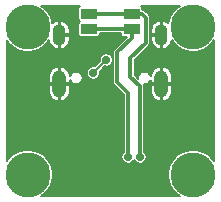
<source format=gbr>
%TF.GenerationSoftware,KiCad,Pcbnew,(5.1.10)-1*%
%TF.CreationDate,2021-06-03T16:35:32+08:00*%
%TF.ProjectId,u1,75312e6b-6963-4616-945f-706362585858,rev?*%
%TF.SameCoordinates,Original*%
%TF.FileFunction,Copper,L2,Bot*%
%TF.FilePolarity,Positive*%
%FSLAX46Y46*%
G04 Gerber Fmt 4.6, Leading zero omitted, Abs format (unit mm)*
G04 Created by KiCad (PCBNEW (5.1.10)-1) date 2021-06-03 16:35:32*
%MOMM*%
%LPD*%
G01*
G04 APERTURE LIST*
%TA.AperFunction,SMDPad,CuDef*%
%ADD10R,1.400000X0.900000*%
%TD*%
%TA.AperFunction,ComponentPad*%
%ADD11O,1.200000X2.300000*%
%TD*%
%TA.AperFunction,ComponentPad*%
%ADD12O,1.100000X1.800000*%
%TD*%
%TA.AperFunction,ComponentPad*%
%ADD13C,3.800000*%
%TD*%
%TA.AperFunction,ViaPad*%
%ADD14C,0.700000*%
%TD*%
%TA.AperFunction,Conductor*%
%ADD15C,0.200000*%
%TD*%
%TA.AperFunction,Conductor*%
%ADD16C,0.300000*%
%TD*%
%TA.AperFunction,Conductor*%
%ADD17C,0.127000*%
%TD*%
%TA.AperFunction,Conductor*%
%ADD18C,0.100000*%
%TD*%
G04 APERTURE END LIST*
D10*
%TO.P,SW1,2*%
%TO.N,Net-(J2-Pad5)*%
X110800000Y-92150000D03*
X107200000Y-92150000D03*
%TO.P,SW1,1*%
%TO.N,Net-(J2-Pad6)*%
X107200000Y-90850000D03*
X110800000Y-90850000D03*
%TD*%
D11*
%TO.P,J1,S1*%
%TO.N,GND*%
X104680000Y-96830000D03*
X113320000Y-96830000D03*
D12*
X113320000Y-92650000D03*
X104680000Y-92650000D03*
%TD*%
D13*
%TO.P,REF\u002A\u002A,1*%
%TO.N,N/C*%
X116000000Y-104500000D03*
%TD*%
%TO.P,REF\u002A\u002A,1*%
%TO.N,N/C*%
X102000000Y-104500000D03*
%TD*%
%TO.P,REF\u002A\u002A,1*%
%TO.N,N/C*%
X116000000Y-92000000D03*
%TD*%
%TO.P,REF\u002A\u002A,1*%
%TO.N,N/C*%
X102000000Y-92000000D03*
%TD*%
D14*
%TO.N,DN*%
X107560000Y-95880000D03*
X108660000Y-94780000D03*
%TO.N,Net-(J2-Pad5)*%
X110500000Y-103000000D03*
%TO.N,Net-(J2-Pad6)*%
X111500000Y-103000000D03*
%TD*%
D15*
%TO.N,DN*%
X108660000Y-94780000D02*
X107560000Y-95880000D01*
D16*
%TO.N,Net-(J2-Pad5)*%
X110800000Y-92912500D02*
X110800000Y-92150000D01*
X109600000Y-94112500D02*
X110800000Y-92912500D01*
X109600000Y-96675000D02*
X109600000Y-94112500D01*
X110500000Y-97575000D02*
X109600000Y-96675000D01*
X110500000Y-103000000D02*
X110500000Y-97575000D01*
X110800000Y-92150000D02*
X107200000Y-92150000D01*
%TO.N,Net-(J2-Pad6)*%
X107650000Y-90850000D02*
X107200000Y-90850000D01*
X110800000Y-90850000D02*
X107200000Y-90850000D01*
X110800000Y-90850000D02*
X111650000Y-90850000D01*
X112000000Y-91200000D02*
X112000000Y-93325000D01*
X111650000Y-90850000D02*
X112000000Y-91200000D01*
X112000000Y-93325000D02*
X110700000Y-94625000D01*
X110700000Y-94625000D02*
X110700000Y-96225000D01*
X110700000Y-96225000D02*
X111500000Y-97025000D01*
X111500000Y-97025000D02*
X111500000Y-103000000D01*
%TD*%
D17*
%TO.N,GND*%
X106380812Y-90221622D02*
X106348302Y-90248302D01*
X106321622Y-90280812D01*
X106301797Y-90317902D01*
X106289589Y-90358147D01*
X106285467Y-90400000D01*
X106285467Y-91300000D01*
X106289589Y-91341853D01*
X106301797Y-91382098D01*
X106321622Y-91419188D01*
X106348302Y-91451698D01*
X106380812Y-91478378D01*
X106417902Y-91498203D01*
X106423826Y-91500000D01*
X106417902Y-91501797D01*
X106380812Y-91521622D01*
X106348302Y-91548302D01*
X106321622Y-91580812D01*
X106301797Y-91617902D01*
X106289589Y-91658147D01*
X106285467Y-91700000D01*
X106285467Y-92600000D01*
X106289589Y-92641853D01*
X106301797Y-92682098D01*
X106321622Y-92719188D01*
X106348302Y-92751698D01*
X106380812Y-92778378D01*
X106417902Y-92798203D01*
X106458147Y-92810411D01*
X106500000Y-92814533D01*
X107900000Y-92814533D01*
X107941853Y-92810411D01*
X107982098Y-92798203D01*
X108019188Y-92778378D01*
X108051698Y-92751698D01*
X108078378Y-92719188D01*
X108098203Y-92682098D01*
X108110411Y-92641853D01*
X108114533Y-92600000D01*
X108114533Y-92513500D01*
X109885467Y-92513500D01*
X109885467Y-92600000D01*
X109889589Y-92641853D01*
X109901797Y-92682098D01*
X109921622Y-92719188D01*
X109948302Y-92751698D01*
X109980812Y-92778378D01*
X110017902Y-92798203D01*
X110058147Y-92810411D01*
X110100000Y-92814533D01*
X110383901Y-92814533D01*
X109355583Y-93842851D01*
X109341725Y-93854224D01*
X109330352Y-93868082D01*
X109330345Y-93868089D01*
X109296300Y-93909574D01*
X109262547Y-93972722D01*
X109241761Y-94041242D01*
X109234743Y-94112500D01*
X109236501Y-94130350D01*
X109236500Y-96657160D01*
X109234743Y-96675000D01*
X109236500Y-96692840D01*
X109236500Y-96692849D01*
X109241760Y-96746257D01*
X109262546Y-96814777D01*
X109296299Y-96877925D01*
X109296300Y-96877926D01*
X109330345Y-96919411D01*
X109330351Y-96919417D01*
X109341724Y-96933275D01*
X109355584Y-96944650D01*
X110136501Y-97725568D01*
X110136500Y-102566590D01*
X110062301Y-102640789D01*
X110000632Y-102733082D01*
X109958155Y-102835633D01*
X109936500Y-102944500D01*
X109936500Y-103055500D01*
X109958155Y-103164367D01*
X110000632Y-103266918D01*
X110062301Y-103359211D01*
X110140789Y-103437699D01*
X110233082Y-103499368D01*
X110335633Y-103541845D01*
X110444500Y-103563500D01*
X110555500Y-103563500D01*
X110664367Y-103541845D01*
X110766918Y-103499368D01*
X110859211Y-103437699D01*
X110937699Y-103359211D01*
X110999368Y-103266918D01*
X111000000Y-103265392D01*
X111000632Y-103266918D01*
X111062301Y-103359211D01*
X111140789Y-103437699D01*
X111233082Y-103499368D01*
X111335633Y-103541845D01*
X111444500Y-103563500D01*
X111555500Y-103563500D01*
X111664367Y-103541845D01*
X111766918Y-103499368D01*
X111859211Y-103437699D01*
X111937699Y-103359211D01*
X111999368Y-103266918D01*
X112041845Y-103164367D01*
X112063500Y-103055500D01*
X112063500Y-102944500D01*
X112041845Y-102835633D01*
X111999368Y-102733082D01*
X111937699Y-102640789D01*
X111863500Y-102566590D01*
X111863500Y-97042840D01*
X111865257Y-97025000D01*
X111863500Y-97007160D01*
X111863500Y-97007150D01*
X111858240Y-96953742D01*
X111839966Y-96893500D01*
X112402500Y-96893500D01*
X112402500Y-97443500D01*
X112432518Y-97621275D01*
X112496641Y-97789778D01*
X112592405Y-97942534D01*
X112716130Y-98073672D01*
X112863062Y-98178152D01*
X113027554Y-98251960D01*
X113114097Y-98274098D01*
X113256500Y-98215716D01*
X113256500Y-96893500D01*
X113383500Y-96893500D01*
X113383500Y-98215716D01*
X113525903Y-98274098D01*
X113612446Y-98251960D01*
X113776938Y-98178152D01*
X113923870Y-98073672D01*
X114047595Y-97942534D01*
X114143359Y-97789778D01*
X114207482Y-97621275D01*
X114237500Y-97443500D01*
X114237500Y-96893500D01*
X113383500Y-96893500D01*
X113256500Y-96893500D01*
X112402500Y-96893500D01*
X111839966Y-96893500D01*
X111837454Y-96885222D01*
X111809568Y-96833051D01*
X111836962Y-96838500D01*
X111943038Y-96838500D01*
X112047075Y-96817806D01*
X112145076Y-96777213D01*
X112233274Y-96718281D01*
X112308281Y-96643274D01*
X112367213Y-96555076D01*
X112402500Y-96469885D01*
X112402500Y-96766500D01*
X113256500Y-96766500D01*
X113256500Y-95444284D01*
X113383500Y-95444284D01*
X113383500Y-96766500D01*
X114237500Y-96766500D01*
X114237500Y-96216500D01*
X114207482Y-96038725D01*
X114143359Y-95870222D01*
X114047595Y-95717466D01*
X113923870Y-95586328D01*
X113776938Y-95481848D01*
X113612446Y-95408040D01*
X113525903Y-95385902D01*
X113383500Y-95444284D01*
X113256500Y-95444284D01*
X113114097Y-95385902D01*
X113027554Y-95408040D01*
X112863062Y-95481848D01*
X112716130Y-95586328D01*
X112592405Y-95717466D01*
X112496641Y-95870222D01*
X112432518Y-96038725D01*
X112411656Y-96162278D01*
X112407806Y-96142925D01*
X112367213Y-96044924D01*
X112308281Y-95956726D01*
X112233274Y-95881719D01*
X112145076Y-95822787D01*
X112047075Y-95782194D01*
X111943038Y-95761500D01*
X111836962Y-95761500D01*
X111732925Y-95782194D01*
X111634924Y-95822787D01*
X111546726Y-95881719D01*
X111471719Y-95956726D01*
X111412787Y-96044924D01*
X111372194Y-96142925D01*
X111351500Y-96246962D01*
X111351500Y-96353038D01*
X111353833Y-96364766D01*
X111063500Y-96074434D01*
X111063500Y-94775566D01*
X112244417Y-93594650D01*
X112258276Y-93583276D01*
X112269649Y-93569418D01*
X112269655Y-93569412D01*
X112303701Y-93527927D01*
X112337454Y-93464778D01*
X112358240Y-93396258D01*
X112363500Y-93342850D01*
X112363500Y-93342840D01*
X112365257Y-93325000D01*
X112363500Y-93307160D01*
X112363500Y-92713500D01*
X112452500Y-92713500D01*
X112452500Y-93063500D01*
X112481557Y-93231521D01*
X112542835Y-93390645D01*
X112633979Y-93534756D01*
X112751486Y-93658317D01*
X112890841Y-93756579D01*
X113046688Y-93825766D01*
X113121939Y-93844588D01*
X113256500Y-93785563D01*
X113256500Y-92713500D01*
X112452500Y-92713500D01*
X112363500Y-92713500D01*
X112363500Y-92236500D01*
X112452500Y-92236500D01*
X112452500Y-92586500D01*
X113256500Y-92586500D01*
X113256500Y-91514437D01*
X113121939Y-91455412D01*
X113046688Y-91474234D01*
X112890841Y-91543421D01*
X112751486Y-91641683D01*
X112633979Y-91765244D01*
X112542835Y-91909355D01*
X112481557Y-92068479D01*
X112452500Y-92236500D01*
X112363500Y-92236500D01*
X112363500Y-91217840D01*
X112365257Y-91200000D01*
X112363500Y-91182160D01*
X112363500Y-91182150D01*
X112358240Y-91128742D01*
X112337454Y-91060222D01*
X112331250Y-91048615D01*
X112303701Y-90997073D01*
X112269655Y-90955588D01*
X112269645Y-90955578D01*
X112258275Y-90941724D01*
X112244422Y-90930355D01*
X111919654Y-90605588D01*
X111908276Y-90591724D01*
X111852926Y-90546299D01*
X111789778Y-90512546D01*
X111721258Y-90491760D01*
X111714533Y-90491098D01*
X111714533Y-90400000D01*
X111710411Y-90358147D01*
X111698203Y-90317902D01*
X111678378Y-90280812D01*
X111651698Y-90248302D01*
X111619188Y-90221622D01*
X111607735Y-90215500D01*
X114866494Y-90215500D01*
X114652722Y-90358338D01*
X114358338Y-90652722D01*
X114127041Y-90998882D01*
X113967721Y-91383515D01*
X113911550Y-91665905D01*
X113888514Y-91641683D01*
X113749159Y-91543421D01*
X113593312Y-91474234D01*
X113518061Y-91455412D01*
X113383500Y-91514437D01*
X113383500Y-92586500D01*
X113403500Y-92586500D01*
X113403500Y-92713500D01*
X113383500Y-92713500D01*
X113383500Y-93785563D01*
X113518061Y-93844588D01*
X113593312Y-93825766D01*
X113749159Y-93756579D01*
X113888514Y-93658317D01*
X114006021Y-93534756D01*
X114097165Y-93390645D01*
X114158443Y-93231521D01*
X114183639Y-93085823D01*
X114358338Y-93347278D01*
X114652722Y-93641662D01*
X114998882Y-93872959D01*
X115383515Y-94032279D01*
X115791838Y-94113500D01*
X116208162Y-94113500D01*
X116616485Y-94032279D01*
X117001118Y-93872959D01*
X117347278Y-93641662D01*
X117641662Y-93347278D01*
X117784501Y-93133505D01*
X117784500Y-103366494D01*
X117641662Y-103152722D01*
X117347278Y-102858338D01*
X117001118Y-102627041D01*
X116616485Y-102467721D01*
X116208162Y-102386500D01*
X115791838Y-102386500D01*
X115383515Y-102467721D01*
X114998882Y-102627041D01*
X114652722Y-102858338D01*
X114358338Y-103152722D01*
X114127041Y-103498882D01*
X113967721Y-103883515D01*
X113886500Y-104291838D01*
X113886500Y-104708162D01*
X113967721Y-105116485D01*
X114127041Y-105501118D01*
X114358338Y-105847278D01*
X114652722Y-106141662D01*
X114866494Y-106284500D01*
X103133506Y-106284500D01*
X103347278Y-106141662D01*
X103641662Y-105847278D01*
X103872959Y-105501118D01*
X104032279Y-105116485D01*
X104113500Y-104708162D01*
X104113500Y-104291838D01*
X104032279Y-103883515D01*
X103872959Y-103498882D01*
X103641662Y-103152722D01*
X103347278Y-102858338D01*
X103001118Y-102627041D01*
X102616485Y-102467721D01*
X102208162Y-102386500D01*
X101791838Y-102386500D01*
X101383515Y-102467721D01*
X100998882Y-102627041D01*
X100652722Y-102858338D01*
X100358338Y-103152722D01*
X100215500Y-103366494D01*
X100215500Y-96893500D01*
X103762500Y-96893500D01*
X103762500Y-97443500D01*
X103792518Y-97621275D01*
X103856641Y-97789778D01*
X103952405Y-97942534D01*
X104076130Y-98073672D01*
X104223062Y-98178152D01*
X104387554Y-98251960D01*
X104474097Y-98274098D01*
X104616500Y-98215716D01*
X104616500Y-96893500D01*
X104743500Y-96893500D01*
X104743500Y-98215716D01*
X104885903Y-98274098D01*
X104972446Y-98251960D01*
X105136938Y-98178152D01*
X105283870Y-98073672D01*
X105407595Y-97942534D01*
X105503359Y-97789778D01*
X105567482Y-97621275D01*
X105597500Y-97443500D01*
X105597500Y-96893500D01*
X104743500Y-96893500D01*
X104616500Y-96893500D01*
X103762500Y-96893500D01*
X100215500Y-96893500D01*
X100215500Y-96216500D01*
X103762500Y-96216500D01*
X103762500Y-96766500D01*
X104616500Y-96766500D01*
X104616500Y-95444284D01*
X104743500Y-95444284D01*
X104743500Y-96766500D01*
X105597500Y-96766500D01*
X105597500Y-96469885D01*
X105632787Y-96555076D01*
X105691719Y-96643274D01*
X105766726Y-96718281D01*
X105854924Y-96777213D01*
X105952925Y-96817806D01*
X106056962Y-96838500D01*
X106163038Y-96838500D01*
X106267075Y-96817806D01*
X106365076Y-96777213D01*
X106453274Y-96718281D01*
X106528281Y-96643274D01*
X106587213Y-96555076D01*
X106627806Y-96457075D01*
X106648500Y-96353038D01*
X106648500Y-96246962D01*
X106627806Y-96142925D01*
X106587213Y-96044924D01*
X106528281Y-95956726D01*
X106453274Y-95881719D01*
X106367640Y-95824500D01*
X106996500Y-95824500D01*
X106996500Y-95935500D01*
X107018155Y-96044367D01*
X107060632Y-96146918D01*
X107122301Y-96239211D01*
X107200789Y-96317699D01*
X107293082Y-96379368D01*
X107395633Y-96421845D01*
X107504500Y-96443500D01*
X107615500Y-96443500D01*
X107724367Y-96421845D01*
X107826918Y-96379368D01*
X107919211Y-96317699D01*
X107997699Y-96239211D01*
X108059368Y-96146918D01*
X108101845Y-96044367D01*
X108123500Y-95935500D01*
X108123500Y-95824500D01*
X108112775Y-95770581D01*
X108550581Y-95332775D01*
X108604500Y-95343500D01*
X108715500Y-95343500D01*
X108824367Y-95321845D01*
X108926918Y-95279368D01*
X109019211Y-95217699D01*
X109097699Y-95139211D01*
X109159368Y-95046918D01*
X109201845Y-94944367D01*
X109223500Y-94835500D01*
X109223500Y-94724500D01*
X109201845Y-94615633D01*
X109159368Y-94513082D01*
X109097699Y-94420789D01*
X109019211Y-94342301D01*
X108926918Y-94280632D01*
X108824367Y-94238155D01*
X108715500Y-94216500D01*
X108604500Y-94216500D01*
X108495633Y-94238155D01*
X108393082Y-94280632D01*
X108300789Y-94342301D01*
X108222301Y-94420789D01*
X108160632Y-94513082D01*
X108118155Y-94615633D01*
X108096500Y-94724500D01*
X108096500Y-94835500D01*
X108107225Y-94889419D01*
X107669419Y-95327225D01*
X107615500Y-95316500D01*
X107504500Y-95316500D01*
X107395633Y-95338155D01*
X107293082Y-95380632D01*
X107200789Y-95442301D01*
X107122301Y-95520789D01*
X107060632Y-95613082D01*
X107018155Y-95715633D01*
X106996500Y-95824500D01*
X106367640Y-95824500D01*
X106365076Y-95822787D01*
X106267075Y-95782194D01*
X106163038Y-95761500D01*
X106056962Y-95761500D01*
X105952925Y-95782194D01*
X105854924Y-95822787D01*
X105766726Y-95881719D01*
X105691719Y-95956726D01*
X105632787Y-96044924D01*
X105592194Y-96142925D01*
X105588344Y-96162278D01*
X105567482Y-96038725D01*
X105503359Y-95870222D01*
X105407595Y-95717466D01*
X105283870Y-95586328D01*
X105136938Y-95481848D01*
X104972446Y-95408040D01*
X104885903Y-95385902D01*
X104743500Y-95444284D01*
X104616500Y-95444284D01*
X104474097Y-95385902D01*
X104387554Y-95408040D01*
X104223062Y-95481848D01*
X104076130Y-95586328D01*
X103952405Y-95717466D01*
X103856641Y-95870222D01*
X103792518Y-96038725D01*
X103762500Y-96216500D01*
X100215500Y-96216500D01*
X100215500Y-93133506D01*
X100358338Y-93347278D01*
X100652722Y-93641662D01*
X100998882Y-93872959D01*
X101383515Y-94032279D01*
X101791838Y-94113500D01*
X102208162Y-94113500D01*
X102616485Y-94032279D01*
X103001118Y-93872959D01*
X103347278Y-93641662D01*
X103641662Y-93347278D01*
X103816361Y-93085823D01*
X103841557Y-93231521D01*
X103902835Y-93390645D01*
X103993979Y-93534756D01*
X104111486Y-93658317D01*
X104250841Y-93756579D01*
X104406688Y-93825766D01*
X104481939Y-93844588D01*
X104616500Y-93785563D01*
X104616500Y-92713500D01*
X104743500Y-92713500D01*
X104743500Y-93785563D01*
X104878061Y-93844588D01*
X104953312Y-93825766D01*
X105109159Y-93756579D01*
X105248514Y-93658317D01*
X105366021Y-93534756D01*
X105457165Y-93390645D01*
X105518443Y-93231521D01*
X105547500Y-93063500D01*
X105547500Y-92713500D01*
X104743500Y-92713500D01*
X104616500Y-92713500D01*
X104596500Y-92713500D01*
X104596500Y-92586500D01*
X104616500Y-92586500D01*
X104616500Y-91514437D01*
X104743500Y-91514437D01*
X104743500Y-92586500D01*
X105547500Y-92586500D01*
X105547500Y-92236500D01*
X105518443Y-92068479D01*
X105457165Y-91909355D01*
X105366021Y-91765244D01*
X105248514Y-91641683D01*
X105109159Y-91543421D01*
X104953312Y-91474234D01*
X104878061Y-91455412D01*
X104743500Y-91514437D01*
X104616500Y-91514437D01*
X104481939Y-91455412D01*
X104406688Y-91474234D01*
X104250841Y-91543421D01*
X104111486Y-91641683D01*
X104088450Y-91665905D01*
X104032279Y-91383515D01*
X103872959Y-90998882D01*
X103641662Y-90652722D01*
X103347278Y-90358338D01*
X103133506Y-90215500D01*
X106392265Y-90215500D01*
X106380812Y-90221622D01*
%TA.AperFunction,Conductor*%
D18*
G36*
X106380812Y-90221622D02*
G01*
X106348302Y-90248302D01*
X106321622Y-90280812D01*
X106301797Y-90317902D01*
X106289589Y-90358147D01*
X106285467Y-90400000D01*
X106285467Y-91300000D01*
X106289589Y-91341853D01*
X106301797Y-91382098D01*
X106321622Y-91419188D01*
X106348302Y-91451698D01*
X106380812Y-91478378D01*
X106417902Y-91498203D01*
X106423826Y-91500000D01*
X106417902Y-91501797D01*
X106380812Y-91521622D01*
X106348302Y-91548302D01*
X106321622Y-91580812D01*
X106301797Y-91617902D01*
X106289589Y-91658147D01*
X106285467Y-91700000D01*
X106285467Y-92600000D01*
X106289589Y-92641853D01*
X106301797Y-92682098D01*
X106321622Y-92719188D01*
X106348302Y-92751698D01*
X106380812Y-92778378D01*
X106417902Y-92798203D01*
X106458147Y-92810411D01*
X106500000Y-92814533D01*
X107900000Y-92814533D01*
X107941853Y-92810411D01*
X107982098Y-92798203D01*
X108019188Y-92778378D01*
X108051698Y-92751698D01*
X108078378Y-92719188D01*
X108098203Y-92682098D01*
X108110411Y-92641853D01*
X108114533Y-92600000D01*
X108114533Y-92513500D01*
X109885467Y-92513500D01*
X109885467Y-92600000D01*
X109889589Y-92641853D01*
X109901797Y-92682098D01*
X109921622Y-92719188D01*
X109948302Y-92751698D01*
X109980812Y-92778378D01*
X110017902Y-92798203D01*
X110058147Y-92810411D01*
X110100000Y-92814533D01*
X110383901Y-92814533D01*
X109355583Y-93842851D01*
X109341725Y-93854224D01*
X109330352Y-93868082D01*
X109330345Y-93868089D01*
X109296300Y-93909574D01*
X109262547Y-93972722D01*
X109241761Y-94041242D01*
X109234743Y-94112500D01*
X109236501Y-94130350D01*
X109236500Y-96657160D01*
X109234743Y-96675000D01*
X109236500Y-96692840D01*
X109236500Y-96692849D01*
X109241760Y-96746257D01*
X109262546Y-96814777D01*
X109296299Y-96877925D01*
X109296300Y-96877926D01*
X109330345Y-96919411D01*
X109330351Y-96919417D01*
X109341724Y-96933275D01*
X109355584Y-96944650D01*
X110136501Y-97725568D01*
X110136500Y-102566590D01*
X110062301Y-102640789D01*
X110000632Y-102733082D01*
X109958155Y-102835633D01*
X109936500Y-102944500D01*
X109936500Y-103055500D01*
X109958155Y-103164367D01*
X110000632Y-103266918D01*
X110062301Y-103359211D01*
X110140789Y-103437699D01*
X110233082Y-103499368D01*
X110335633Y-103541845D01*
X110444500Y-103563500D01*
X110555500Y-103563500D01*
X110664367Y-103541845D01*
X110766918Y-103499368D01*
X110859211Y-103437699D01*
X110937699Y-103359211D01*
X110999368Y-103266918D01*
X111000000Y-103265392D01*
X111000632Y-103266918D01*
X111062301Y-103359211D01*
X111140789Y-103437699D01*
X111233082Y-103499368D01*
X111335633Y-103541845D01*
X111444500Y-103563500D01*
X111555500Y-103563500D01*
X111664367Y-103541845D01*
X111766918Y-103499368D01*
X111859211Y-103437699D01*
X111937699Y-103359211D01*
X111999368Y-103266918D01*
X112041845Y-103164367D01*
X112063500Y-103055500D01*
X112063500Y-102944500D01*
X112041845Y-102835633D01*
X111999368Y-102733082D01*
X111937699Y-102640789D01*
X111863500Y-102566590D01*
X111863500Y-97042840D01*
X111865257Y-97025000D01*
X111863500Y-97007160D01*
X111863500Y-97007150D01*
X111858240Y-96953742D01*
X111839966Y-96893500D01*
X112402500Y-96893500D01*
X112402500Y-97443500D01*
X112432518Y-97621275D01*
X112496641Y-97789778D01*
X112592405Y-97942534D01*
X112716130Y-98073672D01*
X112863062Y-98178152D01*
X113027554Y-98251960D01*
X113114097Y-98274098D01*
X113256500Y-98215716D01*
X113256500Y-96893500D01*
X113383500Y-96893500D01*
X113383500Y-98215716D01*
X113525903Y-98274098D01*
X113612446Y-98251960D01*
X113776938Y-98178152D01*
X113923870Y-98073672D01*
X114047595Y-97942534D01*
X114143359Y-97789778D01*
X114207482Y-97621275D01*
X114237500Y-97443500D01*
X114237500Y-96893500D01*
X113383500Y-96893500D01*
X113256500Y-96893500D01*
X112402500Y-96893500D01*
X111839966Y-96893500D01*
X111837454Y-96885222D01*
X111809568Y-96833051D01*
X111836962Y-96838500D01*
X111943038Y-96838500D01*
X112047075Y-96817806D01*
X112145076Y-96777213D01*
X112233274Y-96718281D01*
X112308281Y-96643274D01*
X112367213Y-96555076D01*
X112402500Y-96469885D01*
X112402500Y-96766500D01*
X113256500Y-96766500D01*
X113256500Y-95444284D01*
X113383500Y-95444284D01*
X113383500Y-96766500D01*
X114237500Y-96766500D01*
X114237500Y-96216500D01*
X114207482Y-96038725D01*
X114143359Y-95870222D01*
X114047595Y-95717466D01*
X113923870Y-95586328D01*
X113776938Y-95481848D01*
X113612446Y-95408040D01*
X113525903Y-95385902D01*
X113383500Y-95444284D01*
X113256500Y-95444284D01*
X113114097Y-95385902D01*
X113027554Y-95408040D01*
X112863062Y-95481848D01*
X112716130Y-95586328D01*
X112592405Y-95717466D01*
X112496641Y-95870222D01*
X112432518Y-96038725D01*
X112411656Y-96162278D01*
X112407806Y-96142925D01*
X112367213Y-96044924D01*
X112308281Y-95956726D01*
X112233274Y-95881719D01*
X112145076Y-95822787D01*
X112047075Y-95782194D01*
X111943038Y-95761500D01*
X111836962Y-95761500D01*
X111732925Y-95782194D01*
X111634924Y-95822787D01*
X111546726Y-95881719D01*
X111471719Y-95956726D01*
X111412787Y-96044924D01*
X111372194Y-96142925D01*
X111351500Y-96246962D01*
X111351500Y-96353038D01*
X111353833Y-96364766D01*
X111063500Y-96074434D01*
X111063500Y-94775566D01*
X112244417Y-93594650D01*
X112258276Y-93583276D01*
X112269649Y-93569418D01*
X112269655Y-93569412D01*
X112303701Y-93527927D01*
X112337454Y-93464778D01*
X112358240Y-93396258D01*
X112363500Y-93342850D01*
X112363500Y-93342840D01*
X112365257Y-93325000D01*
X112363500Y-93307160D01*
X112363500Y-92713500D01*
X112452500Y-92713500D01*
X112452500Y-93063500D01*
X112481557Y-93231521D01*
X112542835Y-93390645D01*
X112633979Y-93534756D01*
X112751486Y-93658317D01*
X112890841Y-93756579D01*
X113046688Y-93825766D01*
X113121939Y-93844588D01*
X113256500Y-93785563D01*
X113256500Y-92713500D01*
X112452500Y-92713500D01*
X112363500Y-92713500D01*
X112363500Y-92236500D01*
X112452500Y-92236500D01*
X112452500Y-92586500D01*
X113256500Y-92586500D01*
X113256500Y-91514437D01*
X113121939Y-91455412D01*
X113046688Y-91474234D01*
X112890841Y-91543421D01*
X112751486Y-91641683D01*
X112633979Y-91765244D01*
X112542835Y-91909355D01*
X112481557Y-92068479D01*
X112452500Y-92236500D01*
X112363500Y-92236500D01*
X112363500Y-91217840D01*
X112365257Y-91200000D01*
X112363500Y-91182160D01*
X112363500Y-91182150D01*
X112358240Y-91128742D01*
X112337454Y-91060222D01*
X112331250Y-91048615D01*
X112303701Y-90997073D01*
X112269655Y-90955588D01*
X112269645Y-90955578D01*
X112258275Y-90941724D01*
X112244422Y-90930355D01*
X111919654Y-90605588D01*
X111908276Y-90591724D01*
X111852926Y-90546299D01*
X111789778Y-90512546D01*
X111721258Y-90491760D01*
X111714533Y-90491098D01*
X111714533Y-90400000D01*
X111710411Y-90358147D01*
X111698203Y-90317902D01*
X111678378Y-90280812D01*
X111651698Y-90248302D01*
X111619188Y-90221622D01*
X111607735Y-90215500D01*
X114866494Y-90215500D01*
X114652722Y-90358338D01*
X114358338Y-90652722D01*
X114127041Y-90998882D01*
X113967721Y-91383515D01*
X113911550Y-91665905D01*
X113888514Y-91641683D01*
X113749159Y-91543421D01*
X113593312Y-91474234D01*
X113518061Y-91455412D01*
X113383500Y-91514437D01*
X113383500Y-92586500D01*
X113403500Y-92586500D01*
X113403500Y-92713500D01*
X113383500Y-92713500D01*
X113383500Y-93785563D01*
X113518061Y-93844588D01*
X113593312Y-93825766D01*
X113749159Y-93756579D01*
X113888514Y-93658317D01*
X114006021Y-93534756D01*
X114097165Y-93390645D01*
X114158443Y-93231521D01*
X114183639Y-93085823D01*
X114358338Y-93347278D01*
X114652722Y-93641662D01*
X114998882Y-93872959D01*
X115383515Y-94032279D01*
X115791838Y-94113500D01*
X116208162Y-94113500D01*
X116616485Y-94032279D01*
X117001118Y-93872959D01*
X117347278Y-93641662D01*
X117641662Y-93347278D01*
X117784501Y-93133505D01*
X117784500Y-103366494D01*
X117641662Y-103152722D01*
X117347278Y-102858338D01*
X117001118Y-102627041D01*
X116616485Y-102467721D01*
X116208162Y-102386500D01*
X115791838Y-102386500D01*
X115383515Y-102467721D01*
X114998882Y-102627041D01*
X114652722Y-102858338D01*
X114358338Y-103152722D01*
X114127041Y-103498882D01*
X113967721Y-103883515D01*
X113886500Y-104291838D01*
X113886500Y-104708162D01*
X113967721Y-105116485D01*
X114127041Y-105501118D01*
X114358338Y-105847278D01*
X114652722Y-106141662D01*
X114866494Y-106284500D01*
X103133506Y-106284500D01*
X103347278Y-106141662D01*
X103641662Y-105847278D01*
X103872959Y-105501118D01*
X104032279Y-105116485D01*
X104113500Y-104708162D01*
X104113500Y-104291838D01*
X104032279Y-103883515D01*
X103872959Y-103498882D01*
X103641662Y-103152722D01*
X103347278Y-102858338D01*
X103001118Y-102627041D01*
X102616485Y-102467721D01*
X102208162Y-102386500D01*
X101791838Y-102386500D01*
X101383515Y-102467721D01*
X100998882Y-102627041D01*
X100652722Y-102858338D01*
X100358338Y-103152722D01*
X100215500Y-103366494D01*
X100215500Y-96893500D01*
X103762500Y-96893500D01*
X103762500Y-97443500D01*
X103792518Y-97621275D01*
X103856641Y-97789778D01*
X103952405Y-97942534D01*
X104076130Y-98073672D01*
X104223062Y-98178152D01*
X104387554Y-98251960D01*
X104474097Y-98274098D01*
X104616500Y-98215716D01*
X104616500Y-96893500D01*
X104743500Y-96893500D01*
X104743500Y-98215716D01*
X104885903Y-98274098D01*
X104972446Y-98251960D01*
X105136938Y-98178152D01*
X105283870Y-98073672D01*
X105407595Y-97942534D01*
X105503359Y-97789778D01*
X105567482Y-97621275D01*
X105597500Y-97443500D01*
X105597500Y-96893500D01*
X104743500Y-96893500D01*
X104616500Y-96893500D01*
X103762500Y-96893500D01*
X100215500Y-96893500D01*
X100215500Y-96216500D01*
X103762500Y-96216500D01*
X103762500Y-96766500D01*
X104616500Y-96766500D01*
X104616500Y-95444284D01*
X104743500Y-95444284D01*
X104743500Y-96766500D01*
X105597500Y-96766500D01*
X105597500Y-96469885D01*
X105632787Y-96555076D01*
X105691719Y-96643274D01*
X105766726Y-96718281D01*
X105854924Y-96777213D01*
X105952925Y-96817806D01*
X106056962Y-96838500D01*
X106163038Y-96838500D01*
X106267075Y-96817806D01*
X106365076Y-96777213D01*
X106453274Y-96718281D01*
X106528281Y-96643274D01*
X106587213Y-96555076D01*
X106627806Y-96457075D01*
X106648500Y-96353038D01*
X106648500Y-96246962D01*
X106627806Y-96142925D01*
X106587213Y-96044924D01*
X106528281Y-95956726D01*
X106453274Y-95881719D01*
X106367640Y-95824500D01*
X106996500Y-95824500D01*
X106996500Y-95935500D01*
X107018155Y-96044367D01*
X107060632Y-96146918D01*
X107122301Y-96239211D01*
X107200789Y-96317699D01*
X107293082Y-96379368D01*
X107395633Y-96421845D01*
X107504500Y-96443500D01*
X107615500Y-96443500D01*
X107724367Y-96421845D01*
X107826918Y-96379368D01*
X107919211Y-96317699D01*
X107997699Y-96239211D01*
X108059368Y-96146918D01*
X108101845Y-96044367D01*
X108123500Y-95935500D01*
X108123500Y-95824500D01*
X108112775Y-95770581D01*
X108550581Y-95332775D01*
X108604500Y-95343500D01*
X108715500Y-95343500D01*
X108824367Y-95321845D01*
X108926918Y-95279368D01*
X109019211Y-95217699D01*
X109097699Y-95139211D01*
X109159368Y-95046918D01*
X109201845Y-94944367D01*
X109223500Y-94835500D01*
X109223500Y-94724500D01*
X109201845Y-94615633D01*
X109159368Y-94513082D01*
X109097699Y-94420789D01*
X109019211Y-94342301D01*
X108926918Y-94280632D01*
X108824367Y-94238155D01*
X108715500Y-94216500D01*
X108604500Y-94216500D01*
X108495633Y-94238155D01*
X108393082Y-94280632D01*
X108300789Y-94342301D01*
X108222301Y-94420789D01*
X108160632Y-94513082D01*
X108118155Y-94615633D01*
X108096500Y-94724500D01*
X108096500Y-94835500D01*
X108107225Y-94889419D01*
X107669419Y-95327225D01*
X107615500Y-95316500D01*
X107504500Y-95316500D01*
X107395633Y-95338155D01*
X107293082Y-95380632D01*
X107200789Y-95442301D01*
X107122301Y-95520789D01*
X107060632Y-95613082D01*
X107018155Y-95715633D01*
X106996500Y-95824500D01*
X106367640Y-95824500D01*
X106365076Y-95822787D01*
X106267075Y-95782194D01*
X106163038Y-95761500D01*
X106056962Y-95761500D01*
X105952925Y-95782194D01*
X105854924Y-95822787D01*
X105766726Y-95881719D01*
X105691719Y-95956726D01*
X105632787Y-96044924D01*
X105592194Y-96142925D01*
X105588344Y-96162278D01*
X105567482Y-96038725D01*
X105503359Y-95870222D01*
X105407595Y-95717466D01*
X105283870Y-95586328D01*
X105136938Y-95481848D01*
X104972446Y-95408040D01*
X104885903Y-95385902D01*
X104743500Y-95444284D01*
X104616500Y-95444284D01*
X104474097Y-95385902D01*
X104387554Y-95408040D01*
X104223062Y-95481848D01*
X104076130Y-95586328D01*
X103952405Y-95717466D01*
X103856641Y-95870222D01*
X103792518Y-96038725D01*
X103762500Y-96216500D01*
X100215500Y-96216500D01*
X100215500Y-93133506D01*
X100358338Y-93347278D01*
X100652722Y-93641662D01*
X100998882Y-93872959D01*
X101383515Y-94032279D01*
X101791838Y-94113500D01*
X102208162Y-94113500D01*
X102616485Y-94032279D01*
X103001118Y-93872959D01*
X103347278Y-93641662D01*
X103641662Y-93347278D01*
X103816361Y-93085823D01*
X103841557Y-93231521D01*
X103902835Y-93390645D01*
X103993979Y-93534756D01*
X104111486Y-93658317D01*
X104250841Y-93756579D01*
X104406688Y-93825766D01*
X104481939Y-93844588D01*
X104616500Y-93785563D01*
X104616500Y-92713500D01*
X104743500Y-92713500D01*
X104743500Y-93785563D01*
X104878061Y-93844588D01*
X104953312Y-93825766D01*
X105109159Y-93756579D01*
X105248514Y-93658317D01*
X105366021Y-93534756D01*
X105457165Y-93390645D01*
X105518443Y-93231521D01*
X105547500Y-93063500D01*
X105547500Y-92713500D01*
X104743500Y-92713500D01*
X104616500Y-92713500D01*
X104596500Y-92713500D01*
X104596500Y-92586500D01*
X104616500Y-92586500D01*
X104616500Y-91514437D01*
X104743500Y-91514437D01*
X104743500Y-92586500D01*
X105547500Y-92586500D01*
X105547500Y-92236500D01*
X105518443Y-92068479D01*
X105457165Y-91909355D01*
X105366021Y-91765244D01*
X105248514Y-91641683D01*
X105109159Y-91543421D01*
X104953312Y-91474234D01*
X104878061Y-91455412D01*
X104743500Y-91514437D01*
X104616500Y-91514437D01*
X104481939Y-91455412D01*
X104406688Y-91474234D01*
X104250841Y-91543421D01*
X104111486Y-91641683D01*
X104088450Y-91665905D01*
X104032279Y-91383515D01*
X103872959Y-90998882D01*
X103641662Y-90652722D01*
X103347278Y-90358338D01*
X103133506Y-90215500D01*
X106392265Y-90215500D01*
X106380812Y-90221622D01*
G37*
%TD.AperFunction*%
%TD*%
M02*

</source>
